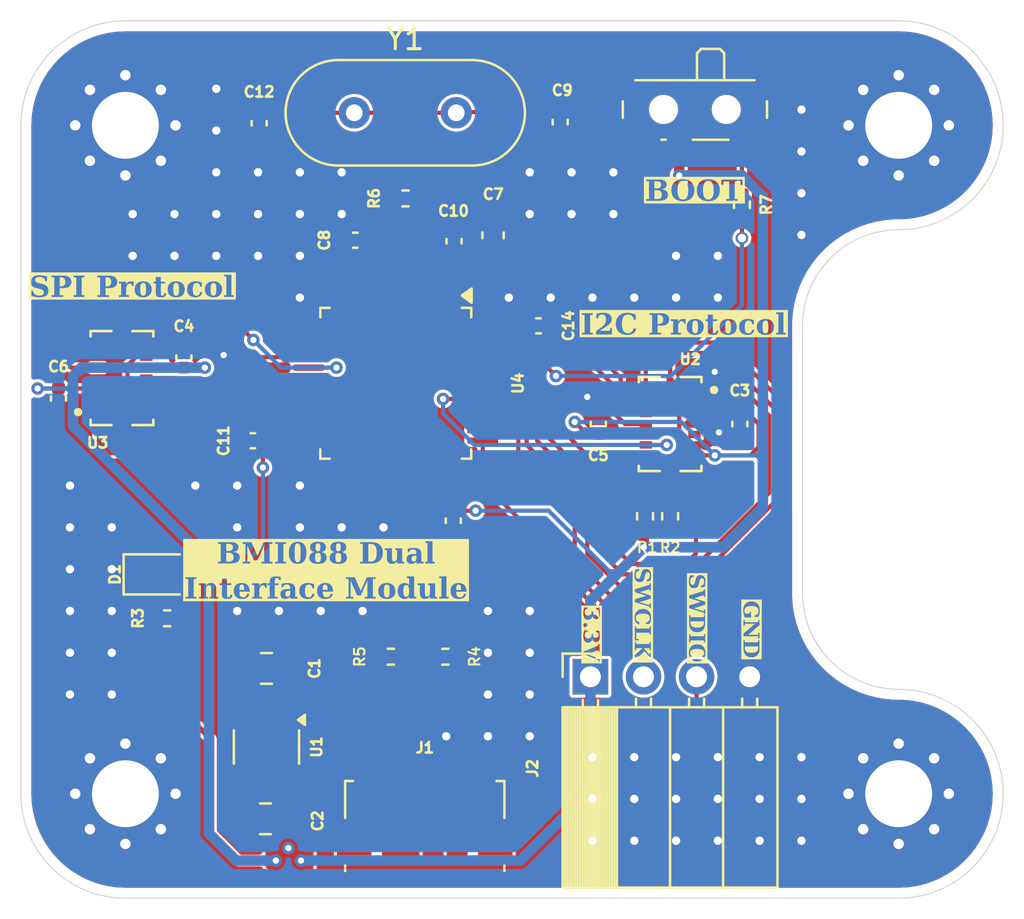
<source format=kicad_pcb>
(kicad_pcb (version 20241229) (generator "pcbnew") (generator_version "9.0")
  (layers (0 "F.Cu" signal) (2 "B.Cu" signal) (13 "F.Paste" user) (15 "B.Paste" user) (5 "F.SilkS" user "F.Silkscreen") (7 "B.SilkS" user "B.Silkscreen") (1 "F.Mask" user) (3 "B.Mask" user) (25 "Edge.Cuts" user))
  (net 0 "")
  (net 1 "+3V3")
  (net 2 "GND")
  (net 3 "VBUS")
  (net 8 "/USB_D+")
  (net 12 "/USB_D-")
  (net 13 "/SWCLK")
  (net 14 "/SWDIO")
  (net 15 "Net-(SW1-A)")
  (net 16 "/CSB_ACCEL")
  (net 17 "/INT3_GYRO")
  (net 18 "/INT4_GYRO")
  (net 19 "/BMI088_MISO")
  (net 20 "/A0_GYRO")
  (net 21 "/CSB_GYRO")
  (net 22 "/BMI088_SCK")
  (net 23 "/BMI088_SDA")
  (net 24 "/A0_ACCEL")
  (net 25 "/BMI088_SCL")
  (net 26 "/INT1_ACCEL")
  (net 27 "/INT2_ACCEL")
  (net 28 "/BMI088_MOSI")
  (net 29 "Net-(D1-A)")
  (net 30 "Net-(J1-D+)")
  (net 31 "Net-(J1-D-)")
  (net 32 "/INT3_GYRO_I")
  (net 33 "/INT4_GYRO_I")
  (net 34 "/INT1_ACCEL_I")
  (net 35 "/INT2_ACCEL_I")
  (net 36 "Net-(U4-NRST)")
  (net 37 "Net-(U4-PD0)")
  (net 38 "Net-(U4-PD1)")
  (net 39 "Net-(U4-BOOT0)")
  (footprint "Resistor_SMD:R_0402_1005Metric" (layer "F.Cu") (at 167.716595 67.466595 -90)
    (property "Reference" "R2")
    (property "Value" "4.7k" (hide yes))
  )
  (footprint "Capacitor_SMD:C_0402_1005Metric" (layer "F.Cu") (at 157.341943 67.680944 -90)
    (property "Reference" "C13")
    (property "Value" "100nF" (hide yes))
  )
  (footprint "Capacitor_SMD:C_0805_2012Metric" (layer "F.Cu") (at 148.351595 81.951595 180)
    (property "Reference" "C2")
    (property "Value" "1uF" (hide yes))
  )
  (footprint "Button_Switch_SMD:SW_SPDT_PCM12" (layer "F.Cu") (at 168.901595 48.321595 180)
    (property "Reference" "BOOT")
    (property "Value" "BOOT" (hide yes))
  )
  (footprint "Connector_USB:USB_Micro-B_Molex_47346-0001" (layer "F.Cu") (at 155.976595 81.851595)
    (property "Reference" "J1")
    (property "Value" "USB_B_Micro" (hide yes))
  )
  (footprint "Resistor_SMD:R_0402_1005Metric" (layer "F.Cu") (at 166.516595 67.466595 -90)
    (property "Reference" "R1")
    (property "Value" "4.7k" (hide yes))
  )
  (footprint "MountingHole:MountingHole_3.2mm_M3_Pad_Via" (layer "F.Cu") (at 178.651595 80.751595 -90)
    (property "Reference" "H2" (hide yes))
    (property "Value" "GND" (hide yes))
  )
  (footprint "Resistor_SMD:R_0402_1005Metric" (layer "F.Cu") (at 156.961595 74.191595 180)
    (property "Reference" "R4")
    (property "Value" "220" (hide yes))
  )
  (footprint "Capacitor_SMD:C_0402_1005Metric" (layer "F.Cu") (at 144.451595 59.871595 90)
    (property "Reference" "C4")
    (property "Value" "100nF" (hide yes))
  )
  (footprint "Resistor_SMD:R_0402_1005Metric" (layer "F.Cu") (at 155.051595 52.251595 180)
    (property "Reference" "R6")
    (property "Value" "1M" (hide yes))
  )
  (footprint "Crystal:Crystal_HC49-4H_Vertical" (layer "F.Cu") (at 152.601595 48.151595)
    (property "Reference" "Y1")
    (property "Value" "16MHz" (hide yes))
  )
  (footprint "LED_SMD:LED_0805_2012Metric" (layer "F.Cu") (at 143.251595 70.251595)
    (property "Reference" "D1")
    (property "Value" "LED" (hide yes))
  )
  (footprint "MountingHole:MountingHole_3.2mm_M3_Pad_Via" (layer "F.Cu") (at 141.651595 48.751595 -90)
    (property "Reference" "H3" (hide yes))
    (property "Value" "GND" (hide yes))
  )
  (footprint "Capacitor_SMD:C_0402_1005Metric" (layer "F.Cu") (at 157.378207 54.299664 90)
    (property "Reference" "C10")
    (property "Value" "100nF" (hide yes))
  )
  (footprint "Capacitor_SMD:C_0402_1005Metric" (layer "F.Cu") (at 161.420301 58.351595)
    (property "Reference" "C14")
    (property "Value" "100nF" (hide yes))
  )
  (footprint "Resistor_SMD:R_0402_1005Metric" (layer "F.Cu") (at 143.651595 72.351595)
    (property "Reference" "R3")
    (property "Value" "1k" (hide yes))
  )
  (footprint "Capacitor_SMD:C_0805_2012Metric" (layer "F.Cu") (at 148.401595 74.751595 180)
    (property "Reference" "C1")
    (property "Value" "1uF" (hide yes))
  )
  (footprint "MountingHole:MountingHole_3.2mm_M3_Pad_Via" (layer "F.Cu") (at 178.651595 48.751595 -90)
    (property "Reference" "H1" (hide yes))
    (property "Value" "GND" (hide yes))
  )
  (footprint "BMI088:PQFN50P450X300X100-16N" (layer "F.Cu") (at 167.716595 63.051595 -90)
    (property "Reference" "U2")
    (property "Value" "BMI088" (hide yes))
  )
  (footprint "Connector_PinSocket_2.54mm:PinSocket_1x04_P2.54mm_Horizontal" (layer "F.Cu") (at 163.901595 75.151595 90)
    (property "Reference" "J2")
    (property "Value" "SWD" (hide yes))
  )
  (footprint "Capacitor_SMD:C_0402_1005Metric" (layer "F.Cu") (at 152.651595 54.251595 180)
    (property "Reference" "C8")
    (property "Value" "100nF" (hide yes))
  )
  (footprint "Capacitor_SMD:C_0603_1608Metric" (layer "F.Cu") (at 159.24344 54.0177 90)
    (property "Reference" "C7")
    (property "Value" "10uF" (hide yes))
  )
  (footprint "Package_TO_SOT_SMD:SOT-23-5" (layer "F.Cu") (at 148.401595 78.514095 -90)
    (property "Reference" "U1")
    (property "Value" "MIC5504-3.3YM5" (hide yes))
  )
  (footprint "Capacitor_SMD:C_0402_1005Metric" (layer "F.Cu") (at 138.451595 61.825639 -90)
    (property "Reference" "C6")
    (property "Value" "100nF" (hide yes))
  )
  (footprint "Package_QFP:LQFP-48_7x7mm_P0.5mm" (layer "F.Cu") (at 154.589095 61.101595 -90)
    (property "Reference" "U4")
    (property "Value" "STM32F103C8Tx" (hide yes))
  )
  (footprint "Capacitor_SMD:C_0402_1005Metric" (layer "F.Cu") (at 148.051595 48.651595 -90)
    (property "Reference" "C12")
    (property "Value" "20pF" (hide yes))
  )
  (footprint "Resistor_SMD:R_0402_1005Metric" (layer "F.Cu") (at 154.351595 74.191595 180)
    (property "Reference" "R5")
    (property "Value" "220" (hide yes))
  )
  (footprint "Resistor_SMD:R_0402_1005Metric" (layer "F.Cu") (at 171.151595 52.551595 -90)
    (property "Reference" "R7")
    (property "Value" "10k" (hide yes))
  )
  (footprint "MountingHole:MountingHole_3.2mm_M3_Pad_Via" (layer "F.Cu") (at 141.651595 80.751595 -90)
    (property "Reference" "H4" (hide yes))
    (property "Value" "GND" (hide yes))
  )
  (footprint "Capacitor_SMD:C_0402_1005Metric" (layer "F.Cu") (at 164.279095 63.051595 90)
    (property "Reference" "C5")
    (property "Value" "100nF" (hide yes))
  )
  (footprint "Capacitor_SMD:C_0402_1005Metric" (layer "F.Cu") (at 171.051595 63.051595 -90)
    (property "Reference" "C3")
    (property "Value" "100nF" (hide yes))
  )
  (footprint "Capacitor_SMD:C_0402_1005Metric" (layer "F.Cu") (at 147.751595 63.851595 180)
    (property "Reference" "C11")
    (property "Value" "100nF" (hide yes))
  )
  (footprint "BMI088:PQFN50P450X300X100-16N" (layer "F.Cu") (at 141.486595 60.851595 90)
    (property "Reference" "U3")
    (property "Value" "BMI088" (hide yes))
  )
  (footprint "Capacitor_SMD:C_0402_1005Metric" (layer "F.Cu") (at 162.456963 48.598911 -90)
    (property "Reference" "C9")
    (property "Value" "20pF" (hide yes))
  )
  (gr_arc (start 178.651595 75.751595) (mid 182.187129 77.216061) (end 183.651595 80.751595) (stroke (width 0.05)) (layer "Edge.Cuts"))
  (gr_line (start 174.051595 71.151595) (end 174.051595 58.351595) (stroke (width 0.05)) (layer "Edge.Cuts"))
  (gr_arc (start 183.651595 48.751595) (mid 182.187129 52.287129) (end 178.651595 53.751595) (stroke (width 0.05)) (layer "Edge.Cuts"))
  (gr_arc (start 136.651595 48.751595) (mid 138.116061 45.216061) (end 141.651595 43.751595) (stroke (width 0.05)) (layer "Edge.Cuts"))
  (gr_arc (start 178.651595 75.751595) (mid 175.398904 74.404286) (end 174.051595 71.151595) (stroke (width 0.05)) (layer "Edge.Cuts"))
  (gr_arc (start 174.051595 58.351595) (mid 175.398904 55.098904) (end 178.651595 53.751595) (stroke (width 0.05)) (layer "Edge.Cuts"))
  (gr_arc (start 178.651595 43.751595) (mid 182.187129 45.216061) (end 183.651595 48.751595) (stroke (width 0.05)) (layer "Edge.Cuts"))
  (gr_line (start 136.651595 48.751595) (end 136.651595 80.751595) (stroke (width 0.05)) (layer "Edge.Cuts"))
  (gr_line (start 141.651595 85.751595) (end 178.651595 85.751595) (stroke (width 0.05)) (layer "Edge.Cuts"))
  (gr_line (start 178.651595 43.751595) (end 141.651595 43.751595) (stroke (width 0.05)) (layer "Edge.Cuts"))
  (gr_arc (start 183.651595 80.751595) (mid 182.187129 84.287129) (end 178.651595 85.751595) (stroke (width 0.05)) (layer "Edge.Cuts"))
  (gr_arc (start 141.651595 85.751595) (mid 138.116061 84.287129) (end 136.651595 80.751595) (stroke (width 0.05)) (layer "Edge.Cuts"))
  (gr_text "SWDIO" (at 168.5 70.21626 270) (layer "F.SilkS" knockout) (effects (font (size 0.75 0.75) (thickness 0.1875) (bold yes)) (justify left bottom)))
  (gr_text "GND" (at 171.1 71.5 270) (layer "F.SilkS" knockout) (effects (font (size 0.75 0.75) (thickness 0.1875) (bold yes)) (justify left bottom)))
  (gr_text "SPI Protocol\n" (at 141.951595 56.551595 0) (layer "F.SilkS" knockout) (effects (font (size 1 1) (thickness 0.1) (bold yes))))
  (gr_text "BMI088 Dual\nInterface Module" (at 151.251595 70.151595 0) (layer "F.SilkS" knockout) (effects (font (size 1 1) (thickness 0.1) (bold yes))))
  (gr_text "SWCLK\n" (at 165.9 69.924634 270) (layer "F.SilkS" knockout) (effects (font (size 0.75 0.75) (thickness 0.1875) (bold yes)) (justify left bottom)))
  (gr_text "I2C Protocol" (at 168.351595 58.351595 0) (layer "F.SilkS" knockout) (effects (font (size 1 1) (thickness 0.1) (bold yes))))
  (gr_text "3.3V" (at 163.451595 71.762317 270) (layer "F.SilkS" knockout) (effects (font (size 0.75 0.75) (thickness 0.1875) (bold yes)) (justify left bottom)))
  (segment (start 160.851595 55.1927) (end 161.251595 54.7927) (width 0.2) (layer "F.Cu") (net 1))
  (segment (start 160.851595 54.8927) (end 160.951595 54.7927) (width 0.2) (layer "F.Cu") (net 1))
  (segment (start 145.751595 78.151595) (end 145.751595 82.651595) (width 0.254) (layer "F.Cu") (net 1))
  (segment (start 160.851595 55.251595) (end 160.851595 54.8927) (width 0.2) (layer "F.Cu") (net 1))
  (segment (start 166.516595 67.976595) (end 167.716595 67.976595) (width 0.508) (layer "F.Cu") (net 1))
  (segment (start 168.151595 51.151595) (end 168.151595 52.151595) (width 0.508) (layer "F.Cu") (net 1))
  (segment (start 159.230404 54.779664) (end 159.24344 54.7927) (width 0.2) (layer "F.Cu") (net 1))
  (segment (start 169.851595 62.551595) (end 171.031595 62.551595) (width 0.2) (layer "F.Cu") (net 1))
  (segment (start 161.251595 54.7927) (end 160.951595 54.7927) (width 0.508) (layer "F.Cu") (net 1))
  (segment (start 138.284807 61.345639) (end 140.315639 61.345639) (width 0.2) (layer "F.Cu") (net 1))
  (segment (start 137.457551 61.345639) (end 137.451595 61.351595) (width 0.2032) (layer "F.Cu") (net 1))
  (segment (start 168.151595 52.151595) (end 165.51049 54.7927) (width 0.508) (layer "F.Cu") (net 1))
  (segment (start 148.231595 65.137442) (end 148.231305 65.137732) (width 0.2) (layer "F.Cu") (net 1))
  (segment (start 145.751595 82.651595) (end 147.051595 83.951595) (width 0.254) (layer "F.Cu") (net 1))
  (segment (start 157.378207 54.779664) (end 159.230404 54.779664) (width 0.2) (layer "F.Cu") (net 1))
  (segment (start 144.451595 60.351595) (end 145.451595 60.351595) (width 0.2) (layer "F.Cu") (net 1))
  (segment (start 158.751595 58.351595) (end 160.940301 58.351595) (width 0.2) (layer "F.Cu") (net 1))
  (segment (start 171.051595 62.571595) (end 171.471595 62.571595) (width 0.2) (layer "F.Cu") (net 1))
  (segment (start 171.471595 62.571595) (end 171.951595 63.051595) (width 0.2) (layer "F.Cu") (net 1))
  (segment (start 163.731595 63.531595) (end 163.151595 62.951595) (width 0.2) (layer "F.Cu") (net 1))
  (segment (start 138.451595 61.345639) (end 137.457551 61.345639) (width 0.2032) (layer "F.Cu") (net 1))
  (segment (start 168.452595 64.551595) (end 168.881595 64.551595) (width 0.2) (layer "F.Cu") (net 1))
  (segment (start 166.451595 68.041595) (end 166.516595 67.976595) (width 0.508) (layer "F.Cu") (net 1))
  (segment (start 160.951595 54.7927) (end 160.451595 54.7927) (width 0.508) (layer "F.Cu") (net 1))
  (segment (start 166.531595 63.531595) (end 166.551595 63.551595) (width 0.2) (layer "F.Cu") (net 1))
  (segment (start 147.051595 83.951595) (end 148.851595 83.951595) (width 0.254) (layer "F.Cu") (net 1))
  (segment (start 148.231595 63.851595) (end 148.231595 65.137442) (width 0.2) (layer "F.Cu") (net 1))
  (segment (start 171.551595 64.551595) (end 169.851595 64.551595) (width 0.2) (layer "F.Cu") (net 1))
  (segment (start 143.141595 75.541595) (end 145.751595 78.151595) (width 0.254) (layer "F.Cu") (net 1))
  (segment (start 164.279095 63.531595) (end 163.731595 63.531595) (width 0.2) (layer "F.Cu") (net 1))
  (segment (start 167.551595 62.051595) (end 168.152595 62.652595) (width 0.2) (layer "F.Cu") (net 1))
  (segment (start 166.451595 68.951595) (end 166.451595 68.041595) (width 0.508) (layer "F.Cu") (net 1))
  (segment (start 171.951595 64.151595) (end 171.551595 64.551595) (width 0.2) (layer "F.Cu") (net 1))
  (segment (start 168.881595 62.551595) (end 169.851595 62.551595) (width 0.2) (layer "F.Cu") (net 1))
  (segment (start 168.152595 62.652595) (end 168.152595 64.251595) (width 0.2) (layer "F.Cu") (net 1))
  (segment (start 140.315639 61.345639) (end 140.321595 61.351595) (width 0.2) (layer "F.Cu") (net 1))
  (segment (start 168.152595 64.251595) (end 168.452595 64.551595) (width 0.2) (layer "F.Cu") (net 1))
  (segment (start 160.851595 55.251595) (end 160.851595 55.1927) (width 0.2) (layer "F.Cu") (net 1))
  (segment (start 160.851595 55.1927) (end 160.451595 54.7927) (width 0.2) (layer "F.Cu") (net 1))
  (segment (start 171.951595 63.051595) (end 171.951595 64.151595) (width 0.2) (layer "F.Cu") (net 1))
  (segment (start 164.279095 63.531595) (end 166.531595 63.531595) (width 0.2) (layer "F.Cu") (net 1))
  (segment (start 157.339095 56.939095) (end 157.339095 54.818776) (width 0.2) (layer "F.Cu") (net 1))
  (segment (start 148.231595 63.851595) (end 150.426595 63.851595) (width 0.2) (layer "F.Cu") (net 1))
  (segment (start 168.881595 64.551595) (end 169.851595 64.551595) (width 0.2) (layer "F.Cu") (net 1))
  (segment (start 160.851595 58.262889) (end 160.851595 55.251595) (width 0.2) (layer "F.Cu") (net 1))
  (segment (start 157.339095 65.264095) (end 157.339095 67.198096) (width 0.2) (layer "F.Cu") (net 1))
  (segment (start 144.451595 60.351595) (end 142.651595 60.351595) (width 0.2) (layer "F.Cu") (net 1))
  (segment (start 166.551595 62.051595) (end 167.551595 62.051595) (width 0.2) (layer "F.Cu") (net 1))
  (segment (start 160.940301 58.351595) (end 160.851595 58.262889) (width 0.2) (layer "F.Cu") (net 1))
  (segment (start 165.51049 54.7927) (end 161.251595 54.7927) (width 0.508) (layer "F.Cu") (net 1))
  (segment (start 168.151595 49.751595) (end 168.151595 51.151595) (width 0.508) (layer "F.Cu") (net 1))
  (segment (start 157.341943 67.200944) (end 158.406884 67.200944) (width 0.2) (layer "F.Cu") (net 1))
  (segment (start 143.141595 72.351595) (end 143.141595 75.541595) (width 0.254) (layer "F.Cu") (net 1))
  (segment (start 157.339095 54.818776) (end 157.378207 54.779664) (width 0.2) (layer "F.Cu") (net 1))
  (segment (start 157.339095 67.198096) (end 157.341943 67.200944) (width 0.2) (layer "F.Cu") (net 1))
  (segment (start 171.031595 62.551595) (end 171.051595 62.571595) (width 0.2) (layer "F.Cu") (net 1))
  (segment (start 158.406884 67.200944) (end 158.407828 67.2) (width 0.2) (layer "F.Cu") (net 1))
  (segment (start 160.451595 54.7927) (end 159.24344 54.7927) (width 0.508) (layer "F.Cu") (net 1))
  (via (at 137.451595 61.351595) (size 0.6) (drill 0.3) (layers "F.Cu" "B.Cu") (net 1))
  (via (at 145.451595 60.351595) (size 0.6) (drill 0.3) (layers "F.Cu" "B.Cu") (net 1))
  (via (at 150.051595 83.951595) (size 0.6) (drill 0.3) (layers "F.Cu" "B.Cu") (net 1))
  (via (at 168.151595 51.151595) (size 0.6) (drill 0.3) (layers "F.Cu" "B.Cu") (net 1))
  (via (at 169.851595 64.551595) (size 0.6) (drill 0.3) (layers "F.Cu" "B.Cu") (net 1))
  (via (at 149.451595 83.351595) (size 0.6) (drill 0.3) (layers "F.Cu" "B.Cu") (net 1))
  (via (at 164 81) (size 0.6) (drill 0.4) (layers "F.Cu" "B.Cu") (net 1))
  (via (at 148.231305 65.137732) (size 0.6) (drill 0.3) (layers "F.Cu" "B.Cu") (net 1))
  (via (at 163.151595 62.951595) (size 0.6) (drill 0.3) (layers "F.Cu" "B.Cu") (net 1))
  (via (at 148.851595 83.951595) (size 0.6) (drill 0.3) (layers "F.Cu" "B.Cu") (net 1))
  (via (at 164 79) (size 0.6) (drill 0.4) (layers "F.Cu" "B.Cu") (net 1))
  (via (at 166.451595 68.951595) (size 0.6) (drill 0.3) (layers "F.Cu" "B.Cu") (net 1))
  (via (at 158.407828 67.2) (size 0.6) (drill 0.3) (layers "F.Cu" "B.Cu") (net 1))
  (segment (start 171.151595 51.151595) (end 172.151595 52.151595) (width 0.508) (layer "B.Cu") (net 1))
  (segment (start 146.651595 70.451595) (end 146.151595 70.451595) (width 0.2) (layer "B.Cu") (net 1))
  (segment (start 148.231305 65.137732) (end 148.231305 68.871885) (width 0.2) (layer "B.Cu") (net 1))
  (segment (start 158.407828 67.2) (end 161.9 67.2) (width 0.2) (layer "B.Cu") (net 1))
  (segment (start 150.051595 83.951595) (end 160.551595 83.951595) (width 0.508) (layer "B.Cu") (net 1))
  (segment (start 146.151595 70.451595) (end 145.651595 70.451595) (width 0.2) (layer "B.Cu") (net 1))
  (segment (start 164.801595 70.601595) (end 165.051595 70.351595) (width 0.508) (layer "B.Cu") (net 1))
  (segment (start 164.801595 70.101595) (end 164.801595 70.601595) (width 0.2) (layer "B.Cu") (net 1))
  (segment (start 171.851595 64.551595) (end 172.151595 64.851595) (width 0.2) (layer "B.Cu") (net 1))
  (segment (start 164.801595 70.101595) (end 165.301595 70.101595) (width 0.2) (layer "B.Cu") (net 1))
  (segment (start 143.851595 67.851595) (end 139.151595 63.151595) (width 0.508) (layer "B.Cu") (net 1))
  (segment (start 171.151595 51.151595) (end 168.151595 51.151595) (width 0.508) (layer "B.Cu") (net 1))
  (segment (start 145.651595 69.651595) (end 143.851595 67.851595) (width 0.508) (layer "B.Cu") (net 1))
  (segment (start 146.951595 83.951595) (end 145.651595 82.651595) (width 0.508) (layer "B.Cu") (net 1))
  (segment (start 145.651595 82.651595) (end 145.651595 70.951595) (width 0.508) (layer "B.Cu") (net 1))
  (segment (start 137.451595 61.351595) (end 138.851595 61.351595) (width 0.2032) (layer "B.Cu") (net 1))
  (segment (start 145.651595 69.951595) (end 145.651595 69.651595) (width 0.508) (layer "B.Cu") (net 1))
  (segment (start 172.151595 64.851595) (end 172.151595 64.551595) (width 0.508) (layer "B.Cu") (net 1))
  (segment (start 164.751595 70.051595) (end 165.051595 70.351595) (width 0.2) (layer "B.Cu") (net 1))
  (segment (start 145.451595 60.351595) (end 139.551595 60.351595) (width 0.508) (layer "B.Cu") (net 1))
  (segment (start 138.851595 61.351595) (end 139.151595 61.351595) (width 0.2032) (layer "B.Cu") (net 1))
  (segment (start 171.851595 64.551595) (end 172.151595 64.251595) (width 0.2) (layer "B.Cu") (net 1))
  (segment (start 148.851595 83.951595) (end 146.951595 83.951595) (width 0.508) (layer "B.Cu") (net 1))
  (segment (start 146.151595 70.451595) (end 145.651595 70.951595) (width 0.2) (layer "B.Cu") (net 1))
  (segment (start 164.751595 70.051595) (end 164.801595 70.101595) (width 0.2) (layer "B.Cu") (net 1))
  (segment (start 145.651595 70.951595) (end 145.651595 70.451595) (width 0.508) (layer "B.Cu") (net 1))
  (segment (start 148.231305 68.871885) (end 146.651595 70.451595) (width 0.2) (layer "B.Cu") (net 1))
  (segment (start 170.251595 68.951595) (end 171.951595 67.251595) (width 0.508) (layer "B.Cu") (net 1))
  (segment (start 163.901595 71.501595) (end 164.801595 70.601595) (width 0.508) (layer "B.Cu") (net 1))
  (segment (start 163.151595 62.951595) (end 168.251595 62.951595) (width 0.2) (layer "B.Cu") (net 1))
  (segment (start 171.951595 67.251595) (end 172.151595 67.051595) (width 0.508) (layer "B.Cu") (net 1))
  (segment (start 160.551595 83.951595) (end 163.901595 80.601595) (width 0.508) (layer "B.Cu") (net 1))
  (segment (start 139.151595 61.751595) (end 139.151595 61.351595) (width 0.508) (layer "B.Cu") (net 1))
  (segment (start 139.151595 63.151595) (end 139.151595 61.751595) (width 0.508) (layer "B.Cu") (net 1))
  (segment (start 166.451595 68.951595) (end 170.251595 68.951595) (width 0.508) (layer "B.Cu") (net 1))
  (segment (start 139.151595 60.751595) (end 139.151595 61.351595) (width 0.508) (layer "B.Cu") (net 1))
  (segment (start 172.151595 67.051595) (end 172.151595 64.851595) (width 0.508) (layer "B.Cu") (net 1))
  (segment (start 146.151595 70.451595) (end 145.651595 69.951595) (width 0.2) (layer "B.Cu") (net 1))
  (segment (start 138.851595 61.351595) (end 139.151595 61.651595) (width 0.2032) (layer "B.Cu") (net 1))
  (segment (start 163.901595 75.151595) (end 163.901595 71.501595) (width 0.508) (layer "B.Cu") (net 1))
  (segment (start 165.301595 70.101595) (end 166.451595 68.951595) (width 0.508) (layer "B.Cu") (net 1))
  (segment (start 168.251595 62.951595) (end 169.851595 64.551595) (width 0.2) (layer "B.Cu") (net 1))
  (segment (start 171.751595 64.551595) (end 172.151595 64.551595) (width 0.2) (layer "B.Cu") (net 1))
  (segment (start 171.751595 64.551595) (end 171.851595 64.551595) (width 0.2) (layer "B.Cu") (net 1))
  (segment (start 172.151595 64.551595) (end 172.151595 64.251595) (width 0.508) (layer "B.Cu") (net 1))
  (segment (start 145.651595 70.451595) (end 145.651595 69.951595) (width 0.508) (layer "B.Cu") (net 1))
  (segment (start 169.851595 64.551595) (end 171.751595 64.551595) (width 0.2) (layer "B.Cu") (net 1))
  (segment (start 139.151595 61.651595) (end 139.151595 61.751595) (width 0.2032) (layer "B.Cu") (net 1))
  (segment (start 163.901595 80.601595) (end 163.901595 75.151595) (width 0.508) (layer "B.Cu") (net 1))
  (segment (start 161.9 67.2) (end 164.751595 70.051595) (width 0.2) (layer "B.Cu") (net 1))
  (segment (start 138.851595 61.351595) (end 139.151595 61.051595) (width 0.2032) (layer "B.Cu") (net 1))
  (segment (start 172.151595 52.151595) (end 172.151595 64.251595) (width 0.508) (layer "B.Cu") (net 1))
  (segment (start 165.051595 70.351595) (end 165.301595 70.101595) (width 0.508) (layer "B.Cu") (net 1))
  (segment (start 139.551595 60.351595) (end 139.151595 60.751595) (width 0.508) (layer "B.Cu") (net 1))
  (via (at 161 74) (size 0.6) (drill 0.4) (layers "F.Cu" "B.Cu") (net 2))
  (via (at 170 81) (size 0.6) (drill 0.4) (layers "F.Cu" "B.Cu") (net 2))
  (via (at 168 79) (size 0.6) (drill 0.4) (layers "F.Cu" "B.Cu") (net 2))
  (via (at 139 74) (size 0.6) (drill 0.4) (layers "F.Cu" "B.Cu") (net 2))
  (via (at 139 66) (size 0.6) (drill 0.4) (layers "F.Cu" "B.Cu") (net 2))
  (via (at 151 72) (size 0.6) (drill 0.4) (layers "F.Cu" "B.Cu") (net 2))
  (via (at 150 53) (size 0.6) (drill 0.4) (layers "F.Cu" "B.Cu") (net 2))
  (via (at 150 66) (size 0.6) (drill 0.4) (layers "F.Cu" "B.Cu") (net 2))
  (via (at 144 53) (size 0.6) (drill 0.4) (layers "F.Cu" "B.Cu") (net 2))
  (via (at 153 72) (size 0.6) (drill 0.4) (layers "F.Cu" "B.Cu") (net 2))
  (via (at 170 55) (size 0.6) (drill 0.4) (layers "F.Cu" "B.Cu") (net 2))
  (via (at 141 70) (size 0.6) (drill 0.4) (layers "F.Cu" "B.Cu") (net 2))
  (via (at 150 68) (size 0.6) (drill 0.4) (layers "F.Cu" "B.Cu") (net 2))
  (via (at 172 81) (size 0.6) (drill 0.4) (layers "F.Cu" "B.Cu") (net 2))
  (via (at 141 74) (size 0.6) (drill 0.4) (layers "F.Cu" "B.Cu") (net 2))
  (via (at 160 57) (size 0.6) (drill 0.4) (layers "F.Cu" "B.Cu") (net 2))
  (via (at 141 76) (size 0.6) (drill 0.4) (layers "F.Cu" "B.Cu") (net 2))
  (via (at 166 79) (size 0.6) (drill 0.4) (layers "F.Cu" "B.Cu") (net 2))
  (via (at 148 55) (size 0.6) (drill 0.4) (layers "F.Cu" "B.Cu") (net 2))
  (via (at 166 83) (size 0.6) (drill 0.4) (layers "F.Cu" "B.Cu") (net 2))
  (via (at 168 81) (size 0.6) (drill 0.4) (layers "F.Cu" "B.Cu") (net 2))
  (via (at 159 72) (size 0.6) (drill 0.4) (layers "F.Cu" "B.Cu") (net 2))
  (via (at 168 83) (size 0.6) (drill 0.4) (layers "F.Cu" "B.Cu") (net 2))
  (via (at 162 57) (size 0.6) (drill 0.4) (layers "F.Cu" "B.Cu") (net 2))
  (via (at 150 51) (size 0.6) (drill 0.4) (layers "F.Cu" "B.Cu") (net 2))
  (via (at 172 83) (size 0.6) (drill 0.4) (layers "F.Cu" "B.Cu") (net 2))
  (via (at 163.751595 61.751595) (size 0.6) (drill 0.3) (layers "F.Cu" "B.Cu") (net 2))
  (via (at 168 55) (size 0.6) (drill 0.4) (layers "F.Cu" "B.Cu") (net 2))
  (via (at 146 53) (size 0.6) (drill 0.4) (layers "F.Cu" "B.Cu") (net 2))
  (via (at 170 57) (size 0.6) (drill 0.4) (layers "F.Cu" "B.Cu") (net 2))
  (via (at 142 53) (size 0.6) (drill 0.4) (layers "F.Cu" "B.Cu") (net 2))
  (via (at 164 83) (size 0.6) (drill 0.4) (layers "F.Cu" "B.Cu") (net 2))
  (via (at 170.051595 63.451595) (size 0.6) (drill 0.3) (layers "F.Cu" "B.Cu") (net 2))
  (via (at 169.851595 60.551595) (size 0.6) (drill 0.3) (layers "F.Cu" "B.Cu") (net 2))
  (via (at 152 53) (size 0.6) (drill 0.4) (layers "F.Cu" "B.Cu") (net 2))
  (via (at 159 74) (size 0.6) (drill 0.4) (layers "F.Cu" "B.Cu") (net 2))
  (via (at 174 52) (size 0.6) (drill 0.4) (layers "F.Cu" "B.Cu") (net 2))
  (via (at 170 79) (size 0.6) (drill 0.4) (layers "F.Cu" "B.Cu") (net 2))
  (via (at 147 72) (size 0.6) (drill 0.4) (layers "F.Cu" "B.Cu") (net 2))
  (via (at 154 68) (size 0.6) (drill 0.4) (layers "F.Cu" "B.Cu") (net 2))
  (via (at 174 81) (size 0.6) (drill 0.4) (layers "F.Cu" "B.Cu") (net 2))
  (via (at 150 57) (size 0.6) (drill 0.4) (layers "F.Cu" "B.Cu") (net 2))
  (via (at 139 72) (size 0.6) (drill 0.4) (layers "F.Cu" "B.Cu") (net 2))
  (via (at 146 47) (size 0.6) (drill 0.4) (layers "F.Cu" "B.Cu") (net 2))
  (via (at 152 51) (size 0.6) (drill 0.4) (layers "F.Cu" "B.Cu") (net 2))
  (via (at 161 76) (size 0.6) (drill 0.4) (layers "F.Cu" "B.Cu") (net 2))
  (via (at 139 76) (size 0.6) (drill 0.4) (layers "F.Cu" "B.Cu") (net 2))
  (via (at 174 50) (size 0.6) (drill 0.4) (layers "F.Cu" "B.Cu") (net 2))
  (via (at 161 51) (size 0.6) (drill 0.4) (layers "F.Cu" "B.Cu") (net 2))
  (via (at 141 68) (size 0.6) (drill 0.4) (layers "F.Cu" "B.Cu") (net 2))
  (via (at 165 51) (size 0.6) (drill 0.4) (layers "F.Cu" "B.Cu") (net 2))
  (via (at 172 79) (size 0.6) (drill 0.4) (layers "F.Cu" "B.Cu") (net 2))
  (via (at 165 53) (size 0.6) (drill 0.4) (layers "F.Cu" "B.Cu") (net 2))
  (via (at 174 54) (size 0.6) (drill 0.4) (layers "F.Cu" "B.Cu") (net 2))
  (via (at 146.351595 59.751595) (size 0.6) (drill 0.3) (layers "F.Cu" "B.Cu") (net 2))
  (via (at 152 68) (size 0.6) (drill 0.4) (layers "F.Cu" "B.Cu") (net 2))
  (via (at 170 83) (size 0.6) (drill 0.4) (layers "F.Cu" "B.Cu") (net 2))
  (via (at 161 53) (size 0.6) (drill 0.4) (layers "F.Cu" "B.Cu") (net 2))
  (via (at 174 48) (size 0.6) (drill 0.4) (layers "F.Cu" "B.Cu") (net 2))
  (via (at 139 70) (size 0.6) (drill 0.4) (layers "F.Cu" "B.Cu") (net 2))
  (via (at 139 68) (size 0.6) (drill 0.4) (layers "F.Cu" "B.Cu") (net 2))
  (via (at 166 57) (size 0.6) (drill 0.4) (layers "F.Cu" "B.Cu") (net 2))
  (via (at 174 83) (size 0.6) (drill 0.4) (layers "F.Cu" "B.Cu") (net 2))
  (via (at 144 55) (size 0.6) (drill 0.4) (layers "F.Cu" "B.Cu") (net 2))
  (via (at 150 55) (size 0.6) (drill 0.4) (layers "F.Cu" "B.Cu") (net 2))
  (via (at 149 72) (size 0.6) (drill 0.4) (layers "F.Cu" "B.Cu") (net 2))
  (via (at 148 53) (size 0.6) (drill 0.4) (layers "F.Cu" "B.Cu") (net 2))
  (via (at 142 55) (size 0.6) (drill 0.4) (layers "F.Cu" "B.Cu") (net 2))
  (via (at 164 57) (size 0.6) (drill 0.4) (layers "F.Cu" "B.Cu") (net 2))
  (via (at 159 76) (size 0.6) (drill 0.4) (layers "F.Cu" "B.Cu") (net 2))
  (via (at 161 72) (size 0.6) (drill 0.4) (layers "F.Cu" "B.Cu") (net 2))
  (via (at 157 78) (size 0.6) (drill 0.4) (layers "F.Cu" "B.Cu") (net 2))
  (via (at 145 66) (size 0.6) (drill 0.4) (layers "F.Cu" "B.Cu") (net 2))
  (via (at 174 79) (size 0.6) (drill 0.4) (layers "F.Cu" "B.Cu") (net 2))
  (via (at 141 72) (size 0.6) (drill 0.4) (layers "F.Cu" "B.Cu") (net 2))
  (via (at 163 53) (size 0.6) (drill 0.4) (layers "F.Cu" "B.Cu") (net 2))
  (via (at 159 78) (size 0.6) (drill 0.4) (layers "F.Cu" "B.Cu") (net 2))
  (via (at 166 81) (size 0.6) (drill 0.4) (layers "F.Cu" "B.Cu") (net 2))
  (via (at 146 51) (size 0.6) (drill 0.4) (layers "F.Cu" "B.Cu") (net 2))
  (via (at 147 66) (size 0.6) (drill 0.4) (layers "F.Cu" "B.Cu") (net 2))
  (via (at 146 49) (size 0.6) (drill 0.4) (layers "F.Cu" "B.Cu") (net 2))
  (via (at 147 68) (size 0.6) (drill 0.4) (layers "F.Cu" "B.Cu") (net 2))
  (via (at 168 57) (size 0.6) (drill 0.4) (layers "F.Cu" "B.Cu") (net 2))
  (via (at 163 51) (size 0.6) (drill 0.4) (layers "F.Cu" "B.Cu") (net 2))
  (via (at 161 78) (size 0.6) (drill 0.4) (layers "F.Cu" "B.Cu") (net 2))
  (via (at 146 55) (size 0.6) (drill 0.4) (layers "F.Cu" "B.Cu") (net 2))
  (via (at 148 51) (size 0.6) (drill 0.4) (layers "F.Cu" "B.Cu") (net 2))
  (segment (start 157.471595 72.271595) (end 155.839095 70.639095) (width 0.2) (layer "F.Cu") (net 8))
  (segment (start 157.471595 74.191595) (end 157.471595 72.271595) (width 0.2) (layer "F.Cu") (net 8))
  (segment (start 155.839095 70.639095) (end 155.839095 65.264095) (width 0.2) (layer "F.Cu") (net 8))
  (segment (start 153.841595 74.191595) (end 153.841595 71.961595) (width 0.2) (layer "F.Cu") (net 12))
  (segment (start 153.841595 71.961595) (end 155.351595 70.451595) (width 0.2) (layer "F.Cu") (net 12))
  (segment (start 155.351595 70.451595) (end 155.339095 70.439095) (width 0.2) (layer "F.Cu") (net 12))
  (segment (start 155.339095 70.439095) (end 155.339095 65.264095) (width 0.2) (layer "F.Cu") (net 12))
  (segment (start 165.851595 71.851595) (end 164.751595 71.851595) (width 0.2) (layer "F.Cu") (net 13))
  (segment (start 166.441595 75.151595) (end 166.441595 72.441595) (width 0.2) (layer "F.Cu") (net 13))
  (segment (start 164.751595 71.851595) (end 158.751595 65.851595) (width 0.2) (layer "F.Cu") (net 13))
  (segment (start 166.441595 72.441595) (end 165.851595 71.851595) (width 0.2) (layer "F.Cu") (net 13))
  (segment (start 158.751595 65.851595) (end 158.751595 63.851595) (width 0.2) (layer "F.Cu") (net 13))
  (segment (start 165.185749 72.852849) (end 162.784495 70.451595) (width 0.2) (layer "F.Cu") (net 14))
  (segment (start 168.981595 75.151595) (end 168.981595 77.221595) (width 0.2) (layer "F.Cu") (net 14))
  (segment (start 165.185749 76.985749) (end 165.185749 72.852849) (width 0.2) (layer "F.Cu") (net 14))
  (segment (start 158.151595 70.451595) (end 156.339095 68.639095) (width 0.2) (layer "F.Cu") (net 14))
  (segment (start 166.051595 77.851595) (end 165.185749 76.985749) (width 0.2) (layer "F.Cu") (net 14))
  (segment (start 168.351595 77.851595) (end 166.051595 77.851595) (width 0.2) (layer "F.Cu") (net 14))
  (segment (start 168.981595 77.221595) (end 168.351595 77.851595) (width 0.2) (layer "F.Cu") (net 14))
  (segment (start 156.339095 68.639095) (end 156.339095 65.264095) (width 0.2) (layer "F.Cu") (net 14))
  (segment (start 162.784495 70.451595) (end 158.151595 70.451595) (width 0.2) (layer "F.Cu") (net 14))
  (segment (start 171.151595 52.041595) (end 171.151595 49.751595) (width 0.2) (layer "F.Cu") (net 15))
  (segment (start 143.784495 61.951595) (end 148.051595 61.951595) (width 0.2) (layer "F.Cu") (net 16))
  (segment (start 143.684495 61.851595) (end 143.784495 61.951595) (width 0.2) (layer "F.Cu") (net 16))
  (segment (start 148.151595 61.851595) (end 150.426595 61.851595) (width 0.2) (layer "F.Cu") (net 16))
  (segment (start 148.051595 61.951595) (end 148.151595 61.851595) (width 0.2) (layer "F.Cu") (net 16))
  (segment (start 142.651595 61.851595) (end 143.684495 61.851595) (width 0.2) (layer "F.Cu") (net 16))
  (segment (start 147.151595 61.051595) (end 147.351595 60.851595) (width 0.2) (layer "F.Cu") (net 17))
  (segment (start 142.651595 60.851595) (end 143.951595 60.851595) (width 0.2) (layer "F.Cu") (net 17))
  (segment (start 143.951595 60.851595) (end 144.151595 61.051595) (width 0.2) (layer "F.Cu") (net 17))
  (segment (start 144.151595 61.051595) (end 147.151595 61.051595) (width 0.2) (layer "F.Cu") (net 17))
  (segment (start 147.351595 60.851595) (end 150.426595 60.851595) (width 0.2) (layer "F.Cu") (net 17))
  (segment (start 147.218695 61.551595) (end 143.951595 61.551595) (width 0.2) (layer "F.Cu") (net 18))
  (segment (start 143.751595 61.351595) (end 142.651595 61.351595) (width 0.2) (layer "F.Cu") (net 18))
  (segment (start 147.418695 61.351595) (end 147.218695 61.551595) (width 0.2) (layer "F.Cu") (net 18))
  (segment (start 150.426595 61.351595) (end 147.418695 61.351595) (width 0.2) (layer "F.Cu") (net 18))
  (segment (start 143.951595 61.551595) (end 143.751595 61.351595) (width 0.2) (layer "F.Cu") (net 18))
  (segment (start 141.751595 62.023595) (end 141.751595 60.251595) (width 0.2) (layer "F.Cu") (net 19))
  (segment (start 142.651595 59.851595) (end 143.451595 59.851595) (width 0.2) (layer "F.Cu") (net 19))
  (segment (start 142.079595 62.351595) (end 141.751595 62.023595) (width 0.2) (layer "F.Cu") (net 19))
  (segment (start 143.751595 58.751595) (end 144.051595 58.451595) (width 0.2) (layer "F.Cu") (net 19))
  (segment (start 143.451595 59.851595) (end 143.751595 59.551595) (width 0.2) (layer "F.Cu") (net 19))
  (segment (start 144.051595 58.451595) (end 146.351595 58.451595) (width 0.2) (layer "F.Cu") (net 19))
  (segment (start 146.351595 58.451595) (end 147.751595 59.851595) (width 0.2) (layer "F.Cu") (net 19))
  (segment (start 143.751595 59.551595) (end 143.751595 58.751595) (width 0.2) (layer "F.Cu") (net 19))
  (segment (start 147.751595 59.851595) (end 150.426595 59.851595) (width 0.2) (layer "F.Cu") (net 19))
  (segment (start 142.151595 59.851595) (end 142.651595 59.851595) (width 0.2) (layer "F.Cu") (net 19))
  (segment (start 141.751595 60.251595) (end 142.151595 59.851595) (width 0.2) (layer "F.Cu") (net 19))
  (segment (start 142.651595 62.351595) (end 142.079595 62.351595) (width 0.2) (layer "F.Cu") (net 19))
  (segment (start 156.851595 61.851595) (end 158.751595 61.851595) (width 0.2) (layer "F.Cu") (net 20))
  (segment (start 166.551595 64.051595) (end 167.551595 64.051595) (width 0.2) (layer "F.Cu") (net 20))
  (via (at 167.551595 64.051595) (size 0.6) (drill 0.3) (layers "F.Cu" "B.Cu") (net 20))
  (via (at 156.851595 61.851595) (size 0.6) (drill 0.3) (layers "F.Cu" "B.Cu") (net 20))
  (segment (start 156.951595 62.651595) (end 156.851595 62.551595) (width 0.2) (layer "B.Cu") (net 20))
  (segment (start 156.851595 62.551595) (end 156.851595 61.851595) (width 0.2) (layer "B.Cu") (net 20))
  (segment (start 158.351595 64.051595) (end 156.951595 62.651595) (width 0.2) (layer "B.Cu") (net 20))
  (segment (start 167.551595 64.051595) (end 158.351595 64.051595) (width 0.2) (layer "B.Cu") (net 20))
  (segment (start 138.651595 57.551595) (end 139.151595 57.051595) (width 0.2) (layer "F.Cu") (net 21))
  (segment (start 139.051595 60.351595) (end 138.651595 59.951595) (width 0.2) (layer "F.Cu") (net 21))
  (segment (start 138.651595 59.951595) (end 138.651595 57.551595) (width 0.2) (layer "F.Cu") (net 21))
  (segment (start 139.151595 57.051595) (end 147.451595 57.051595) (width 0.2) (layer "F.Cu") (net 21))
  (segment (start 147.451595 57.051595) (end 149.251595 58.851595) (width 0.2) (layer "F.Cu") (net 21))
  (segment (start 149.251595 58.851595) (end 150.426595 58.851595) (width 0.2) (layer "F.Cu") (net 21))
  (segment (start 140.321595 60.351595) (end 139.051595 60.351595) (width 0.2) (layer "F.Cu") (net 21))
  (segment (start 141.486595 57.816595) (end 141.486595 58.936595) (width 0.2) (layer "F.Cu") (net 22))
  (segment (start 141.851595 57.451595) (end 141.486595 57.816595) (width 0.2) (layer "F.Cu") (net 22))
  (segment (start 149.051595 59.351595) (end 147.151595 57.451595) (width 0.2) (layer "F.Cu") (net 22))
  (segment (start 150.426595 59.351595) (end 149.051595 59.351595) (width 0.2) (layer "F.Cu") (net 22))
  (segment (start 147.151595 57.451595) (end 141.851595 57.451595) (width 0.2) (layer "F.Cu") (net 22))
  (segment (start 166.551595 64.551595) (end 166.551595 66.921595) (width 0.2) (layer "F.Cu") (net 23))
  (segment (start 162.451595 62.051595) (end 161.251595 60.851595) (width 0.2) (layer "F.Cu") (net 23))
  (segment (start 162.451595 63.251595) (end 162.451595 62.051595) (width 0.2) (layer "F.Cu") (net 23))
  (segment (start 163.751595 64.551595) (end 162.451595 63.251595) (width 0.2) (layer "F.Cu") (net 23))
  (segment (start 166.551595 66.921595) (end 166.516595 66.956595) (width 0.2) (layer "F.Cu") (net 23))
  (segment (start 166.551595 64.551595) (end 163.751595 64.551595) (width 0.2) (layer "F.Cu") (net 23))
  (segment (start 161.251595 60.851595) (end 158.751595 60.851595) (width 0.2) (layer "F.Cu") (net 23))
  (segment (start 164.851595 71.251595) (end 163.151595 69.551595) (width 0.2) (layer "F.Cu") (net 24))
  (segment (start 170.251595 59.151595) (end 173.251595 62.151595) (width 0.2) (layer "F.Cu") (net 24))
  (segment (start 167.251595 59.151595) (end 170.251595 59.151595) (width 0.2) (layer "F.Cu") (net 24))
  (segment (start 173.251595 62.151595) (end 173.251595 66.951595) (width 0.2) (layer "F.Cu") (net 24))
  (segment (start 160.051595 63.351595) (end 158.751595 63.351595) (width 0.2) (layer "F.Cu") (net 24))
  (segment (start 163.151595 69.551595) (end 163.151595 67.151595) (width 0.2) (layer "F.Cu") (net 24))
  (segment (start 160.451595 63.751595) (end 160.051595 63.351595) (width 0.2) (layer "F.Cu") (net 24))
  (segment (start 173.251595 66.951595) (end 168.951595 71.251595) (width 0.2) (layer "F.Cu") (net 24))
  (segment (start 166.551595 61.551595) (end 166.551595 59.851595) (width 0.2) (layer "F.Cu") (net 24))
  (segment (start 160.451595 64.451595) (end 160.451595 63.751595) (width 0.2) (layer "F.Cu") (net 24))
  (segment (start 166.551595 59.851595) (end 167.251595 59.151595) (width 0.2) (layer "F.Cu") (net 24))
  (segment (start 168.951595 71.251595) (end 164.851595 71.251595) (width 0.2) (layer "F.Cu") (net 24))
  (segment (start 163.151595 67.151595) (end 160.451595 64.451595) (width 0.2) (layer "F.Cu") (net 24))
  (segment (start 168.451595 69.751595) (end 168.951595 69.251595) (width 0.2) (layer "F.Cu") (net 25))
  (segment (start 160.951595 61.351595) (end 161.951595 62.351595) (width 0.2) (layer "F.Cu") (net 25))
  (segment (start 161.951595 62.351595) (end 161.951595 63.751595) (width 0.2) (layer "F.Cu") (net 25))
  (segment (start 158.751595 61.351595) (end 160.951595 61.351595) (width 0.2) (layer "F.Cu") (net 25))
  (segment (start 161.951595 63.751595) (end 164.751595 66.551595) (width 0.2) (layer "F.Cu") (net 25))
  (segment (start 168.951595 69.251595) (end 168.951595 67.551595) (width 0.2) (layer "F.Cu") (net 25))
  (segment (start 168.356595 66.956595) (end 167.716595 66.956595) (width 0.2) (layer "F.Cu") (net 25))
  (segment (start 164.751595 66.551595) (end 164.751595 68.651595) (width 0.2) (layer "F.Cu") (net 25))
  (segment (start 165.851595 69.751595) (end 168.451595 69.751595) (width 0.2) (layer "F.Cu") (net 25))
  (segment (start 167.716595 64.966595) (end 167.716595 66.956595) (width 0.2) (layer "F.Cu") (net 25))
  (segment (start 168.951595 67.551595) (end 168.356595 66.956595) (width 0.2) (layer "F.Cu") (net 25))
  (segment (start 164.751595 68.651595) (end 165.851595 69.751595) (width 0.2) (layer "F.Cu") (net 25))
  (segment (start 141.951595 63.851595) (end 143.351595 63.851595) (width 0.2) (layer "F.Cu") (net 26))
  (segment (start 144.851595 62.351595) (end 150.426595 62.351595) (width 0.2) (layer "F.Cu") (net 26))
  (segment (start 141.486595 62.766595) (end 141.486595 63.386595) (width 0.2) (layer "F.Cu") (net 26))
  (segment (start 141.486595 63.386595) (end 141.951595 63.851595) (width 0.2) (layer "F.Cu") (net 26))
  (segment (start 143.351595 63.851595) (end 144.851595 62.351595) (width 0.2) (layer "F.Cu") (net 26))
  (segment (start 140.951595 64.451595) (end 140.321595 63.821595) (width 0.2) (layer "F.Cu") (net 27))
  (segment (start 145.251595 62.851595) (end 143.651595 64.451595) (width 0.2) (layer "F.Cu") (net 27))
  (segment (start 150.426595 62.851595) (end 145.251595 62.851595) (width 0.2) (layer "F.Cu") (net 27))
  (segment (start 143.651595 64.451595) (end 140.951595 64.451595) (width 0.2) (layer "F.Cu") (net 27))
  (segment (start 140.321595 63.821595) (end 140.321595 62.351595) (width 0.2) (layer "F.Cu") (net 27))
  (segment (start 142.751595 58.251595) (end 143.051595 57.951595) (width 0.2) (layer "F.Cu") (net 28))
  (segment (start 145.451595 57.951595) (end 146.700125 57.951595) (width 0.2) (layer "F.Cu") (net 28))
  (segment (start 142.651595 58.351595) (end 142.751595 58.251595) (width 0.2) (layer "F.Cu") (net 28))
  (segment (start 146.700125 57.951595) (end 147.77586 59.02733) (width 0.2) (layer "F.Cu") (net 28))
  (segment (start 142.651595 59.351595) (end 142.651595 58.351595) (width 0.2) (layer "F.Cu") (net 28))
  (segment (start 143.051595 57.951595) (end 145.451595 57.951595) (width 0.2) (layer "F.Cu") (net 28))
  (segment (start 151.751595 60.351595) (end 150.426595 60.351595) (width 0.2) (layer "F.Cu") (net 28))
  (via (at 147.77586 59.02733) (size 0.6) (drill 0.3) (layers "F.Cu" "B.Cu") (net 28))
  (via (at 151.751595 60.351595) (size 0.6) (drill 0.3) (layers "F.Cu" "B.Cu") (net 28))
  (segment (start 149.100125 60.351595) (end 151.751595 60.351595) (width 0.2) (layer "B.Cu") (net 28))
  (segment (start 147.77586 59.02733) (end 149.100125 60.351595) (width 0.2) (layer "B.Cu") (net 28))
  (segment (start 144.161595 72.351595) (end 144.161595 70.279095) (width 0.2) (layer "F.Cu") (net 29))
  (segment (start 144.161595 70.279095) (end 144.189095 70.251595) (width 0.2) (layer "F.Cu") (net 29))
  (segment (start 155.976595 76.326595) (end 156.451595 75.851595) (width 0.2) (layer "F.Cu") (net 30))
  (segment (start 156.451595 75.851595) (end 156.451595 74.191595) (width 0.2) (layer "F.Cu") (net 30))
  (segment (start 155.976595 80.391595) (end 155.976595 76.326595) (width 0.2) (layer "F.Cu") (net 30))
  (segment (start 155.326595 80.391595) (end 155.326595 76.326595) (width 0.2) (layer "F.Cu") (net 31))
  (segment (start 154.861595 75.861595) (end 154.861595 74.191595) (width 0.2) (layer "F.Cu") (net 31))
  (segment (start 155.326595 76.326595) (end 154.861595 75.861595) (width 0.2) (layer "F.Cu") (net 31))
  (segment (start 163.651595 59.851595) (end 164.950595 61.150595) (width 0.2) (layer "F.Cu") (net 32))
  (segment (start 164.950595 61.150595) (end 164.950595 62.450595) (width 0.2) (layer "F.Cu") (net 32))
  (segment (start 164.950595 62.450595) (end 165.551595 63.051595) (width 0.2) (layer "F.Cu") (net 32))
  (segment (start 165.551595 63.051595) (end 166.551595 63.051595) (width 0.2) (layer "F.Cu") (net 32))
  (segment (start 158.751595 59.851595) (end 163.651595 59.851595) (width 0.2) (layer "F.Cu") (net 32))
  (segment (start 165.351595 60.851595) (end 163.851595 59.351595) (width 0.2) (layer "F.Cu") (net 33))
  (segment (start 166.551595 62.551595) (end 165.751595 62.551595) (width 0.2) (layer "F.Cu") (net 33))
  (segment (start 163.851595 59.351595) (end 158.751595 59.351595) (width 0.2) (layer "F.Cu") (net 33))
  (segment (start 165.751595 62.551595) (end 165.351595 62.151595) (width 0.2) (layer "F.Cu") (net 33))
  (segment (start 165.351595 62.151595) (end 165.351595 60.851595) (width 0.2) (layer "F.Cu") (net 33))
  (segment (start 165.251595 70.751595) (end 168.751595 70.751595) (width 0.2) (layer "F.Cu") (net 34))
  (segment (start 168.751595 70.751595) (end 172.851595 66.651595) (width 0.2) (layer "F.Cu") (net 34))
  (segment (start 172.851595 66.651595) (end 172.851595 62.451595) (width 0.2) (layer "F.Cu") (net 34))
  (segment (start 160.451595 62.851595) (end 160.851595 63.251595) (width 0.2) (layer "F.Cu") (net 34))
  (segment (start 160.851595 64.051595) (end 163.751595 66.951595) (width 0.2) (layer "F.Cu") (net 34))
  (segment (start 167.801595 61.051595) (end 167.716595 61.136595) (width 0.2) (layer "F.Cu") (net 34))
  (segment (start 168.151595 59.651595) (end 167.716595 60.086595) (width 0.2) (layer "F.Cu") (net 34))
  (segment (start 160.851595 63.251595) (end 160.851595 64.051595) (width 0.2) (layer "F.Cu") (net 34))
  (segment (start 163.751595 66.951595) (end 163.751595 69.251595) (width 0.2) (layer "F.Cu") (net 34))
  (segment (start 163.751595 69.251595) (end 165.251595 70.751595) (width 0.2) (layer "F.Cu") (net 34))
  (segment (start 158.751595 62.851595) (end 160.451595 62.851595) (width 0.2) (layer "F.Cu") (net 34))
  (segment (start 170.051595 59.651595) (end 168.151595 59.651595) (width 0.2) (layer "F.Cu") (net 34))
  (segment (start 172.851595 62.451595) (end 170.051595 59.651595) (width 0.2) (layer "F.Cu") (net 34))
  (segment (start 167.716595 60.086595) (end 167.716595 61.136595) (width 0.2) (layer "F.Cu") (net 34))
  (segment (start 172.451595 66.351595) (end 168.551595 70.251595) (width 0.2) (layer "F.Cu") (net 35))
  (segment (start 168.551595 70.251595) (end 165.451595 70.251595) (width 0.2) (layer "F.Cu") (net 35))
  (segment (start 168.881595 61.551595) (end 171.351595 61.551595) (width 0.2) (layer "F.Cu") (net 35))
  (segment (start 161.351595 63.851595) (end 161.351595 62.951595) (width 0.2) (layer "F.Cu") (net 35))
  (segment (start 161.351595 62.951595) (end 160.751595 62.351595) (width 0.2) (layer "F.Cu") (net 35))
  (segment (start 171.351595 61.551595) (end 172.451595 62.651595) (width 0.2) (layer "F.Cu") (net 35))
  (segment (start 164.251595 69.051595) (end 164.251595 66.751595) (width 0.2) (layer "F.Cu") (net 35))
  (segment (start 164.251595 66.751595) (end 161.351595 63.851595) (width 0.2) (layer "F.Cu") (net 35))
  (segment (start 160.751595 62.351595) (end 158.751595 62.351595) (width 0.2) (layer "F.Cu") (net 35))
  (segment (start 165.451595 70.251595) (end 164.251595 69.051595) (width 0.2) (layer "F.Cu") (net 35))
  (segment (start 172.451595 62.651595) (end 172.451595 66.351595) (width 0.2) (layer "F.Cu") (net 35))
  (segment (start 154.339095 56.939095) (end 154.339095 54.739095) (width 0.2) (layer "F.Cu") (net 36))
  (segment (start 154.331595 56.931595) (end 154.339095 56.939095) (width 0.2) (layer "F.Cu") (net 36))
  (segment (start 153.851595 54.251595) (end 153.131595 54.251595) (width 0.2) (layer "F.Cu") (net 36))
  (segment (start 154.339095 54.739095) (end 153.851595 54.251595) (width 0.2) (layer "F.Cu") (net 36))
  (segment (start 156.351595 48.151595) (end 157.481595 48.151595) (width 0.2) (layer "F.Cu") (net 37))
  (segment (start 155.561595 52.251595) (end 155.561595 48.941595) (width 0.2) (layer "F.Cu") (net 37))
  (segment (start 155.561595 48.941595) (end 156.351595 48.151595) (width 0.2) (layer "F.Cu") (net 37))
  (segment (start 162.456963 48.118911) (end 157.514279 48.118911) (width 0.2) (layer "F.Cu") (net 37))
  (segment (start 155.561595 53.841595) (end 155.561595 52.251595) (width 0.2) (layer "F.Cu") (net 37))
  (segment (start 155.339095 54.064095) (end 155.561595 53.841595) (width 0.2) (layer "F.Cu") (net 37))
  (segment (start 157.514279 48.118911) (end 157.481595 48.151595) (width 0.2) (layer "F.Cu") (net 37))
  (segment (start 155.339095 56.939095) (end 155.339095 54.064095) (width 0.2) (layer "F.Cu") (net 37))
  (segment (start 154.839095 56.939095) (end 154.839095 54.039095) (width 0.2) (layer "F.Cu") (net 38))
  (segment (start 154.839095 54.039095) (end 154.541595 53.741595) (width 0.2) (layer "F.Cu") (net 38))
  (segment (start 154.541595 52.251595) (end 154.541595 48.741595) (width 0.2) (layer "F.Cu") (net 38))
  (segment (start 154.541595 53.741595) (end 154.541595 52.251595) (width 0.2) (layer "F.Cu") (net 38))
  (segment (start 153.951595 48.151595) (end 152.601595 48.151595) (width 0.2) (layer "F.Cu") (net 38))
  (segment (start 152.601595 48.151595) (end 148.071595 48.151595) (width 0.2) (layer "F.Cu") (net 38))
  (segment (start 148.071595 48.151595) (end 148.051595 48.171595) (width 0.2) (layer "F.Cu") (net 38))
  (segment (start 154.541595 48.741595) (end 153.951595 48.151595) (width 0.2) (layer "F.Cu") (net 38))
  (segment (start 158.751595 60.351595) (end 161.851595 60.351595) (width 0.2) (layer "F.Cu") (net 39))
  (segment (start 161.851595 60.351595) (end 162.251595 60.751595) (width 0.2) (layer "F.Cu") (net 39))
  (segment (start 171.151595 53.061595) (end 171.151595 54.151595) (width 0.2) (layer "F.Cu") (net 39))
  (via (at 171.151595 54.151595) (size 0.6) (drill 0.4) (layers "F.Cu" "B.Cu") (net 39))
  (via (at 162.251595 60.751595) (size 0.6) (drill 0.3) (layers "F.Cu" "B.Cu") (net 39))
  (segment (start 171.151595 54.151595) (end 171.151595 57.351595) (width 0.2) (layer "B.Cu") (net 39))
  (segment (start 167.751595 60.751595) (end 162.251595 60.751595) (width 0.2) (layer "B.Cu") (net 39))
  (segment (start 171.151595 57.351595) (end 167.751595 60.751595) (width 0.2) (layer "B.Cu") (net 39))
  (zone (net 3) (net_name "VBUS") (layer "F.Cu") (priority 1) (connect_pads yes (clearance 0.1)) (min_thickness 0.25) (fill yes (thermal_gap 0.5) (thermal_bridge_width 0.5))
    (polygon (pts (xy 154.551595 81.251595) (xy 154.351595 81.051595) (xy 154.351595 79.651595) (xy 153.751595 79.151595) (xy 151.651595 79.151595) (xy 151.051595 78.551595) (xy 149.151595 78.551595) (xy 148.951595 78.351595) (xy 148.951595 76.551595) (xy 148.551595 76.151595) (xy 148.551595 73.751595) (xy 148.751595 73.551595) (xy 150.951595 73.551595) (xy 151.551595 74.251595) (xy 151.551595 75.851595) (xy 152.051595 76.351595) (xy 154.351595 76.351595) (xy 154.951595 76.851595) (xy 154.951595 81.151595) (xy 154.851595 81.251595)))
  )
  (zone (net 1) (net_name "+3V3") (layer "F.Cu") (priority 2) (connect_pads yes (clearance 0.1)) (min_thickness 0.25) (fill yes (thermal_gap 0.5) (thermal_bridge_width 0.5))
    (polygon (pts (xy 150.280163 78.851595) (xy 148.651596 78.851595) (xy 148.351595 79.076596) (xy 148.351595 84.251595) (xy 148.651595 84.551595) (xy 150.371595 84.551595) (xy 150.651595 84.351595) (xy 150.651595 79.140487)))
  )
  (zone (net 2) (net_name "GND") (layers "F.Cu" "B.Cu") (connect_pads yes (clearance 0.1)) (min_thickness 0.25) (fill yes (thermal_gap 0.5) (thermal_bridge_width 0.5))
    (polygon (pts (xy 184.651595 42.751595) (xy 135.651595 42.751595) (xy 135.651595 86.751595) (xy 184.651595 86.751595)))
  )
)
</source>
